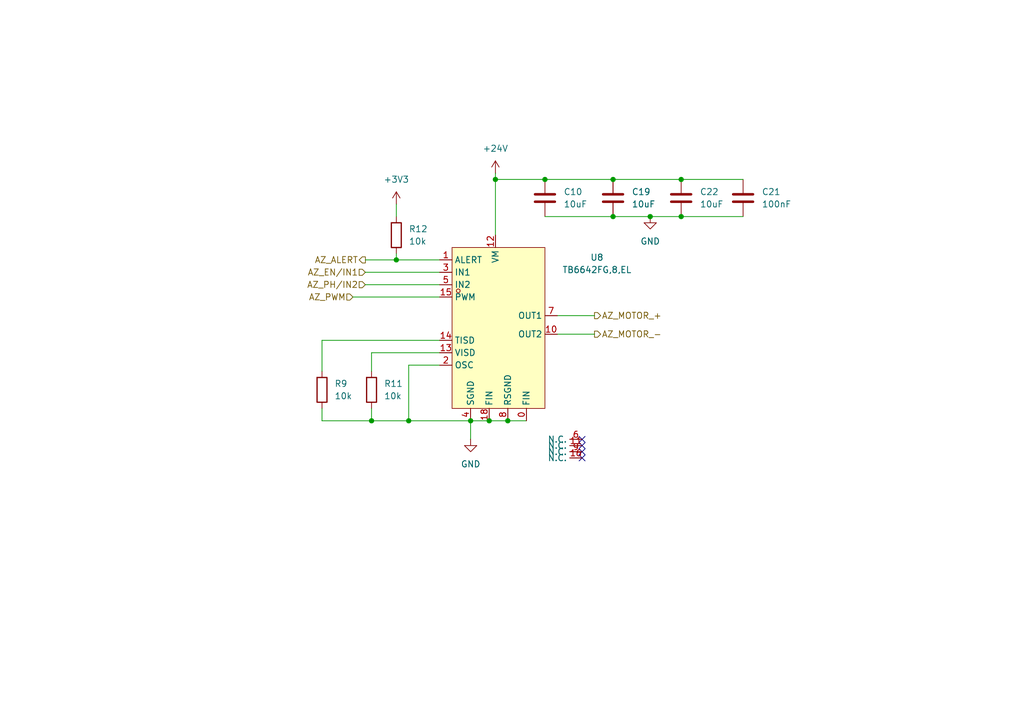
<source format=kicad_sch>
(kicad_sch (version 20250114) (generator "eeschema") (generator_version "9.0")
  (paper "A5")
  (lib_symbols
    (symbol "Device:C" (pin_numbers (hide yes)) (pin_names (offset 0.254))
      (property "Reference" "C" (at 0.635 2.54 0))
      (property "Value" "C" (at 0.635 -2.54 0))
      (symbol "C_0_1"
        (polyline (pts (xy -2.032 0.762) (xy 2.032 0.762)) (stroke (width 0.508)))
        (polyline (pts (xy -2.032 -0.762) (xy 2.032 -0.762)) (stroke (width 0.508)))
      )
      (symbol "C_1_1"
        (pin passive line (at 0 3.81 270) (length 2.794) (name "~") (number "1"))
        (pin passive line (at 0 -3.81 90) (length 2.794) (name "~") (number "2"))
      )
    )
    (symbol "Device:R" (pin_numbers (hide yes)) (pin_names (offset 0))
      (property "Reference" "R" (at 2.032 0 90))
      (property "Value" "R" (at 0 0 90))
      (symbol "R_0_1"
        (rectangle (start -1.016 -2.54) (end 1.016 2.54) (stroke (width 0.254)))
      )
      (symbol "R_1_1"
        (pin passive line (at 0 3.81 270) (length 1.27) (name "~") (number "1"))
        (pin passive line (at 0 -3.81 90) (length 1.27) (name "~") (number "2"))
      )
    )
    (symbol "easyeda2kicad:TB6642FG,8,EL"
      (property "Reference" "U" (at 0 15.24 0))
      (property "Value" "TB6642FG,8,EL" (at 8.89 21.59 0))
      (symbol "TB6642FG,8,EL_0_1"
        (rectangle (start -8.89 20.32) (end 10.16 -12.7) (fill (type background)))
        (circle (center -7.62 11.43) (radius 0.38))
        (pin unspecified line (at -11.43 17.78 0) (length 2.54) (name "ALERT") (number "1"))
        (pin unspecified line (at -11.43 15.24 0) (length 2.54) (name "IN1") (number "3"))
        (pin unspecified line (at -11.43 12.7 0) (length 2.54) (name "IN2") (number "5"))
        (pin unspecified line (at -11.43 10.16 0) (length 2.54) (name "PWM") (number "15"))
        (pin unspecified line (at -11.43 1.27 0) (length 2.54) (name "TISD") (number "14"))
        (pin unspecified line (at -11.43 -1.27 0) (length 2.54) (name "VISD") (number "13"))
        (pin unspecified line (at -11.43 -3.81 0) (length 2.54) (name "OSC") (number "2"))
        (pin unspecified line (at -5.08 -15.24 90) (length 2.54) (name "SGND") (number "4"))
        (pin unspecified line (at -1.27 -15.24 90) (length 2.54) (name "FIN") (number "18"))
        (pin unspecified line (at 0 22.86 270) (length 2.54) (name "VM") (number "12"))
        (pin unspecified line (at 2.54 -15.24 90) (length 2.54) (name "RSGND") (number "8"))
        (pin unspecified line (at 12.7 6.35 180) (length 2.54) (name "OUT1") (number "7"))
        (pin unspecified line (at 12.7 2.54 180) (length 2.54) (name "OUT2") (number "10"))
        (pin unspecified line (at 17.78 -19.05 180) (length 2.54) (name "N.C.") (number "6"))
        (pin unspecified line (at 17.78 -20.32 180) (length 2.54) (name "N.C.") (number "11"))
        (pin unspecified line (at 17.78 -21.59 180) (length 2.54) (name "N.C.") (number "9"))
        (pin unspecified line (at 17.78 -22.86 180) (length 2.54) (name "N.C.") (number "16"))
      )
      (symbol "TB6642FG,8,EL_1_1"
        (pin unspecified line (at 6.35 -15.24 90) (length 2.54) (name "FIN") (number "0"))
      )
    )
    (symbol "power:+24V" (power) (pin_numbers (hide yes)) (pin_names (offset 0) (hide yes))
      (property "Value" "+24V" (at 0 3.556 0))
      (symbol "+24V_0_1"
        (polyline (pts (xy -0.762 1.27) (xy 0 2.54)))
        (polyline (pts (xy 0 2.54) (xy 0.762 1.27)))
        (polyline (pts (xy 0 0) (xy 0 2.54)))
      )
      (symbol "+24V_1_1"
        (pin power_in line (at 0 0 90) (length 0) (name "~") (number "1"))
      )
    )
    (symbol "power:+3V3" (power) (pin_numbers (hide yes)) (pin_names (offset 0) (hide yes))
      (property "Value" "+3V3" (at 0 3.556 0))
      (symbol "+3V3_0_1"
        (polyline (pts (xy -0.762 1.27) (xy 0 2.54)))
        (polyline (pts (xy 0 2.54) (xy 0.762 1.27)))
        (polyline (pts (xy 0 0) (xy 0 2.54)))
      )
      (symbol "+3V3_1_1"
        (pin power_in line (at 0 0 90) (length 0) (name "~") (number "1"))
      )
    )
    (symbol "power:GND" (power) (pin_numbers (hide yes)) (pin_names (offset 0) (hide yes))
      (property "Value" "GND" (at 0 -3.81 0))
      (symbol "GND_0_1"
        (polyline (pts (xy 0 0) (xy 0 -1.27) (xy 1.27 -1.27) (xy 0 -2.54) (xy -1.27 -1.27) (xy 0 -1.27)))
      )
      (symbol "GND_1_1"
        (pin power_in line (at 0 0 270) (length 0) (name "~") (number "1"))
      )
    )
  )
  (junction (at 100.33 86.36))
  (junction (at 101.6 36.83))
  (junction (at 81.28 53.34))
  (junction (at 125.73 44.45))
  (junction (at 133.35 44.45))
  (junction (at 104.14 86.36))
  (junction (at 83.82 86.36))
  (junction (at 139.7 44.45))
  (junction (at 139.7 36.83))
  (junction (at 125.73 36.83))
  (junction (at 96.52 86.36))
  (junction (at 76.2 86.36))
  (junction (at 111.76 36.83))
  (no_connect (at 119.38 91.44))
  (no_connect (at 119.38 90.17))
  (no_connect (at 119.38 93.98))
  (no_connect (at 119.38 92.71))
  (wire (pts (xy 74.93 55.88) (xy 90.17 55.88)))
  (wire (pts (xy 74.93 53.34) (xy 81.28 53.34)))
  (wire (pts (xy 66.04 69.85) (xy 90.17 69.85)))
  (wire (pts (xy 96.52 86.36) (xy 100.33 86.36)))
  (wire (pts (xy 72.39 60.96) (xy 90.17 60.96)))
  (wire (pts (xy 76.2 72.39) (xy 90.17 72.39)))
  (wire (pts (xy 81.28 53.34) (xy 90.17 53.34)))
  (wire (pts (xy 66.04 86.36) (xy 76.2 86.36)))
  (wire (pts (xy 101.6 36.83) (xy 101.6 48.26)))
  (wire (pts (xy 111.76 36.83) (xy 125.73 36.83)))
  (wire (pts (xy 76.2 86.36) (xy 83.82 86.36)))
  (wire (pts (xy 83.82 74.93) (xy 83.82 86.36)))
  (wire (pts (xy 133.35 44.45) (xy 139.7 44.45)))
  (wire (pts (xy 83.82 86.36) (xy 96.52 86.36)))
  (wire (pts (xy 100.33 86.36) (xy 104.14 86.36)))
  (wire (pts (xy 66.04 69.85) (xy 66.04 76.2)))
  (wire (pts (xy 101.6 35.56) (xy 101.6 36.83)))
  (wire (pts (xy 76.2 72.39) (xy 76.2 76.2)))
  (wire (pts (xy 125.73 36.83) (xy 139.7 36.83)))
  (wire (pts (xy 114.3 68.58) (xy 121.92 68.58)))
  (wire (pts (xy 76.2 83.82) (xy 76.2 86.36)))
  (wire (pts (xy 111.76 44.45) (xy 125.73 44.45)))
  (wire (pts (xy 101.6 36.83) (xy 111.76 36.83)))
  (wire (pts (xy 139.7 36.83) (xy 152.4 36.83)))
  (wire (pts (xy 66.04 83.82) (xy 66.04 86.36)))
  (wire (pts (xy 81.28 52.07) (xy 81.28 53.34)))
  (wire (pts (xy 125.73 44.45) (xy 133.35 44.45)))
  (wire (pts (xy 139.7 44.45) (xy 152.4 44.45)))
  (wire (pts (xy 104.14 86.36) (xy 107.95 86.36)))
  (wire (pts (xy 114.3 64.77) (xy 121.92 64.77)))
  (wire (pts (xy 83.82 74.93) (xy 90.17 74.93)))
  (wire (pts (xy 81.28 41.91) (xy 81.28 44.45)))
  (wire (pts (xy 74.93 58.42) (xy 90.17 58.42)))
  (wire (pts (xy 96.52 86.36) (xy 96.52 90.17)))
  (hierarchical_label "AZ_PH{slash}IN2" (shape input) (at 74.93 58.42 180))
  (hierarchical_label "AZ_ALERT" (shape output) (at 74.93 53.34 180))
  (hierarchical_label "AZ_PWM" (shape input) (at 72.39 60.96 180))
  (hierarchical_label "AZ_MOTOR_-" (shape output) (at 121.92 68.58 0))
  (hierarchical_label "AZ_MOTOR_+" (shape output) (at 121.92 64.77 0))
  (hierarchical_label "AZ_EN{slash}IN1" (shape input) (at 74.93 55.88 180))
  (symbol (lib_id "Device:R") (at 76.2 80.01 0) (unit 1)
    (property "Reference" "R11" (at 78.74 78.7399 0) (effects (justify left)))
    (property "Value" "10k" (at 78.74 81.2799 0) (effects (justify left)))
    (property "Footprint" "Resistor_SMD:R_0805_2012Metric_Pad1.20x1.40mm_HandSolder" (effects (hide yes)))
    (property "Description" "Resistor" (effects (hide yes)))
  )
  (symbol (lib_id "power:+3V3") (at 81.28 41.91 0) (unit 1)
    (property "Reference" "#PWR05" (effects (hide yes)))
    (property "Value" "+3V3" (at 81.28 36.83 0))
    (property "Description" "Power symbol creates a global label with name \"+3V3\"" (effects (hide yes)))
  )
  (symbol (lib_id "Device:R") (at 66.04 80.01 0) (unit 1)
    (property "Reference" "R9" (at 68.58 78.7399 0) (effects (justify left)))
    (property "Value" "10k" (at 68.58 81.2799 0) (effects (justify left)))
    (property "Footprint" "Resistor_SMD:R_0805_2012Metric_Pad1.20x1.40mm_HandSolder" (effects (hide yes)))
    (property "Description" "Resistor" (effects (hide yes)))
  )
  (symbol (lib_id "power:GND") (at 96.52 90.17 0) (unit 1)
    (property "Reference" "#PWR037" (effects (hide yes)))
    (property "Value" "GND" (at 96.52 95.25 0))
    (property "Description" "Power symbol creates a global label with name \"GND\" , ground" (effects (hide yes)))
  )
  (symbol (lib_id "power:+24V") (at 101.6 35.56 0) (unit 1)
    (property "Reference" "#PWR038" (effects (hide yes)))
    (property "Value" "+24V" (at 101.6 30.48 0))
    (property "Description" "Power symbol creates a global label with name \"+24V\"" (effects (hide yes)))
  )
  (symbol (lib_id "Device:C") (at 125.73 40.64 0) (unit 1)
    (property "Reference" "C19" (at 129.54 39.3699 0) (effects (justify left)))
    (property "Value" "10uF" (at 129.54 41.9099 0) (effects (justify left)))
    (property "Footprint" "Capacitor_SMD:C_0805_2012Metric_Pad1.18x1.45mm_HandSolder" (effects (hide yes)))
    (property "Description" "Unpolarized capacitor" (effects (hide yes)))
    (property "WURTH" "885012207026" (effects (hide yes)))
  )
  (symbol (lib_id "Device:R") (at 81.28 48.26 0) (unit 1)
    (property "Reference" "R12" (at 83.82 46.9899 0) (effects (justify left)))
    (property "Value" "10k" (at 83.82 49.5299 0) (effects (justify left)))
    (property "Footprint" "Resistor_SMD:R_0805_2012Metric_Pad1.20x1.40mm_HandSolder" (effects (hide yes)))
    (property "Description" "Resistor" (effects (hide yes)))
  )
  (symbol (lib_id "Device:C") (at 152.4 40.64 0) (unit 1)
    (property "Reference" "C21" (at 156.21 39.3699 0) (effects (justify left)))
    (property "Value" "100nF" (at 156.21 41.9099 0) (effects (justify left)))
    (property "Footprint" "Capacitor_SMD:C_0805_2012Metric_Pad1.18x1.45mm_HandSolder" (effects (hide yes)))
    (property "Description" "Unpolarized capacitor" (effects (hide yes)))
  )
  (symbol (lib_id "power:GND") (at 133.35 44.45 0) (unit 1)
    (property "Reference" "#PWR039" (effects (hide yes)))
    (property "Value" "GND" (at 133.35 49.53 0))
    (property "Description" "Power symbol creates a global label with name \"GND\" , ground" (effects (hide yes)))
  )
  (symbol (lib_id "Device:C") (at 139.7 40.64 0) (unit 1)
    (property "Reference" "C22" (at 143.51 39.3699 0) (effects (justify left)))
    (property "Value" "10uF" (at 143.51 41.9099 0) (effects (justify left)))
    (property "Footprint" "Capacitor_SMD:C_0805_2012Metric_Pad1.18x1.45mm_HandSolder" (effects (hide yes)))
    (property "Description" "Unpolarized capacitor" (effects (hide yes)))
    (property "WURTH" "885012207026" (effects (hide yes)))
  )
  (symbol (lib_id "easyeda2kicad:TB6642FG,8,EL") (at 101.6 71.12 0) (unit 1)
    (property "Reference" "U8" (at 122.428 52.832 0))
    (property "Value" "TB6642FG,8,EL" (at 122.428 55.372 0))
    (property "Footprint" "easyeda2kicad:HSOP-16_L13.5-W6.4-P1.00-LS9.6-BL-EP" (effects (hide yes)))
    (property "LCSC Part" "C2150576" (effects (hide yes)))
  )
  (symbol (lib_id "Device:C") (at 111.76 40.64 0) (unit 1)
    (property "Reference" "C10" (at 115.57 39.3699 0) (effects (justify left)))
    (property "Value" "10uF" (at 115.57 41.9099 0) (effects (justify left)))
    (property "Footprint" "Capacitor_SMD:C_0805_2012Metric_Pad1.18x1.45mm_HandSolder" (effects (hide yes)))
    (property "Description" "Unpolarized capacitor" (effects (hide yes)))
    (property "WURTH" "885012207026" (effects (hide yes)))
  )
)
</source>
